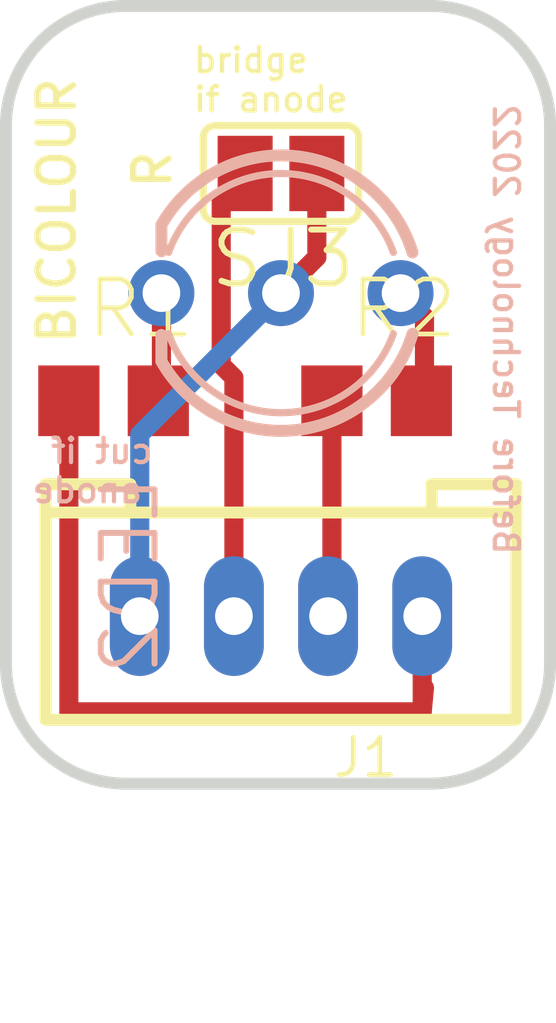
<source format=kicad_pcb>
(kicad_pcb (version 20211014) (generator pcbnew)
  (layers (0 "F.Cu" signal) (31 "B.Cu" signal) (34 "B.Paste" user) (35 "F.Paste" user) (36 "B.SilkS" user "B.Silkscreen") (37 "F.SilkS" user "F.Silkscreen") (38 "B.Mask" user) (39 "F.Mask" user) (44 "Edge.Cuts" user))
  (net 0 "")
  (net 1 "N$1")
  (net 2 "N$3")
  (net 3 "N$2")
  (net 4 "N$4")
  (net 5 "N$7")
  (net 6 "GND")
  (footprint "weaver_bicolor:HW4-2.0" (layer "F.Cu") (at 148.5646 109.7026 180)
    (fp_text reference "J1" (at -2.54 -2.54 180) (layer "F.SilkS") (effects (font (size 0.79121 0.79121) (thickness 0.09779)) (justify right top)))
    (fp_text value "4P-2.0")
    (fp_line (start -5 -2.2) (end 5 -2.2) (layer "F.SilkS") (width 0.254))
    (fp_line (start 3.2 2.8) (end 5 2.8) (layer "F.SilkS") (width 0.254))
    (fp_line (start 3.2 2.2) (end 5 2.2) (layer "F.SilkS") (width 0.254))
    (fp_line (start 5 2.8) (end 5 2.2) (layer "F.SilkS") (width 0.254))
    (fp_line (start 5 2.2) (end 5 -2.2) (layer "F.SilkS") (width 0.254))
    (fp_line (start -5 -2.2) (end -5 2.2) (layer "F.SilkS") (width 0.254))
    (fp_line (start -5 2.2) (end -3.2 2.2) (layer "F.SilkS") (width 0.254))
    (fp_line (start -5 -1) (end -5 1) (layer "F.SilkS") (width 0.127))
    (fp_line (start -5 2.2) (end -5 2.8) (layer "F.SilkS") (width 0.254))
    (fp_line (start 3.2 2.2) (end 3.2 2.8) (layer "F.SilkS") (width 0.254))
    (fp_line (start -3.2 2.2) (end 3.2 2.2) (layer "F.SilkS") (width 0.254))
    (fp_line (start -5 2.8) (end -3.2 2.8) (layer "F.SilkS") (width 0.254))
    (fp_line (start 5 -1.5) (end 5 1.5) (layer "F.SilkS") (width 0.254))
    (fp_line (start -3.2 2.8) (end -3.2 2.2) (layer "F.SilkS") (width 0.254))
    (pad "1" thru_hole oval (at -3 0 270) (size 2.54 1.27) (drill 0.8) (layers *.Cu *.Mask) (net 2 "N$3"))
    (pad "2" thru_hole oval (at -1 0 270) (size 2.54 1.27) (drill 0.8) (layers *.Cu *.Mask) (net 4 "N$4"))
    (pad "3" thru_hole oval (at 1 0 270) (size 2.54 1.27) (drill 0.8) (layers *.Cu *.Mask) (net 5 "N$7"))
    (pad "4" thru_hole oval (at 3 0 270) (size 2.54 1.27) (drill 0.8) (layers *.Cu *.Mask) (net 6 "GND"))
  )
  (footprint "weaver_bicolor:SJ" (layer "F.Cu") (at 148.5646 100.3046 180)
    (fp_text reference "SJ3" (at -1.651 -1.143 180) (layer "F.SilkS") (effects (font (size 1.143 1.143) (thickness 0.127)) (justify right top)))
    (fp_text value "")
    (fp_line (start -1.397 -1.016) (end 1.397 -1.016) (layer "F.SilkS") (width 0.1524))
    (fp_line (start 1.651 0.762) (end 1.651 -0.762) (layer "F.SilkS") (width 0.1524))
    (fp_line (start -1.651 0.762) (end -1.651 -0.762) (layer "F.SilkS") (width 0.1524))
    (fp_line (start 1.397 1.016) (end -1.397 1.016) (layer "F.SilkS") (width 0.1524))
    (fp_arc (start 1.397 -1.016) (mid 1.576605 -0.941605) (end 1.651 -0.762) (layer "F.SilkS") (width 0.1524))
    (fp_arc (start -1.397 1.016) (mid -1.576605 0.941605) (end -1.651 0.762) (layer "F.SilkS") (width 0.1524))
    (fp_arc (start 1.651 0.762) (mid 1.576605 0.941605) (end 1.397 1.016) (layer "F.SilkS") (width 0.1524))
    (fp_arc (start -1.651 -0.762) (mid -1.576605 -0.941605) (end -1.397 -1.016) (layer "F.SilkS") (width 0.1524))
    (pad "1" smd rect (at -0.762 0 180) (size 1.1684 1.6002) (layers "F.Cu" "F.Paste" "F.Mask") (net 6 "GND"))
    (pad "2" smd rect (at 0.762 0 180) (size 1.1684 1.6002) (layers "F.Cu" "F.Paste" "F.Mask") (net 5 "N$7"))
  )
  (footprint "weaver_bicolor:R0805" (layer "F.Cu") (at 150.5966 105.1306)
    (fp_text reference "R2" (at -0.635 -1.27) (layer "F.SilkS") (effects (font (size 1.1684 1.1684) (thickness 0.1016)) (justify left bottom)))
    (fp_text value "1k2")
    (pad "1" smd rect (at -0.95 0) (size 1.3 1.5) (layers "F.Cu" "F.Paste" "F.Mask") (net 4 "N$4"))
    (pad "2" smd rect (at 0.95 0) (size 1.3 1.5) (layers "F.Cu" "F.Paste" "F.Mask") (net 3 "N$2"))
  )
  (footprint "weaver_bicolor:R0805" (layer "F.Cu") (at 145.0086 105.1306)
    (fp_text reference "R1" (at -0.635 -1.27) (layer "F.SilkS") (effects (font (size 1.1684 1.1684) (thickness 0.1016)) (justify left bottom)))
    (fp_text value "220")
    (pad "1" smd rect (at -0.95 0) (size 1.3 1.5) (layers "F.Cu" "F.Paste" "F.Mask") (net 2 "N$3"))
    (pad "2" smd rect (at 0.95 0) (size 1.3 1.5) (layers "F.Cu" "F.Paste" "F.Mask") (net 1 "N$1"))
  )
  (footprint "weaver_bicolor:L-59EGW-CA" (layer "B.Cu") (at 148.5646 102.8446 -90)
    (fp_text reference "LED2" (at 3.81 2.54 90) (layer "B.SilkS") (effects (font (size 1.143 1.143) (thickness 0.127)) (justify left bottom mirror)))
    (fp_text value "L-59EGW-CA")
    (fp_line (start -1.4478 2.54) (end -0.889 2.54) (layer "B.SilkS") (width 0.254))
    (fp_line (start 0.889 2.54) (end 1.4478 2.54) (layer "B.SilkS") (width 0.254))
    (fp_arc (start -0.8636 2.3876) (mid -2.538984 0) (end -0.8636 -2.3876) (layer "B.SilkS") (width 0.1524))
    (fp_arc (start 0.8636 -2.3876) (mid 2.538984 0) (end 0.8636 2.3876) (layer "B.SilkS") (width 0.1524))
    (fp_arc (start -1.447798 2.540001) (mid -2.906455 -0.3185) (end -0.8634 -2.7933) (layer "B.SilkS") (width 0.254))
    (fp_arc (start 0.8636 -2.794) (mid 2.906916 -0.318535) (end 1.448201 2.540698) (layer "B.SilkS") (width 0.254))
    (pad "1" thru_hole circle (at 0 2.54 180) (size 1.4 1.4) (drill 0.8) (layers *.Cu *.Mask) (net 1 "N$1"))
    (pad "2" thru_hole circle (at 0 0 180) (size 1.4 1.4) (drill 0.8) (layers *.Cu *.Mask) (net 6 "GND"))
    (pad "3" thru_hole circle (at 0 -2.54 180) (size 1.4 1.4) (drill 0.8) (layers *.Cu *.Mask) (net 3 "N$2"))
  )
  (gr_arc (start 142.7226 99.2886) (mid 143.466549 97.492549) (end 145.2626 96.7486) (layer "Edge.Cuts") (width 0.254))
  (gr_arc (start 151.7396 96.7486) (mid 153.535651 97.492549) (end 154.2796 99.2886) (layer "Edge.Cuts") (width 0.254))
  (gr_line (start 142.7226 99.2886) (end 142.7226 110.7186) (layer "Edge.Cuts") (width 0.254))
  (gr_line (start 154.2796 99.2886) (end 154.2796 110.7186) (layer "Edge.Cuts") (width 0.254))
  (gr_arc (start 154.2796 110.7186) (mid 153.535651 112.514651) (end 151.7396 113.2586) (layer "Edge.Cuts") (width 0.254))
  (gr_arc (start 145.2626 113.2586) (mid 143.466549 112.514651) (end 142.7226 110.7186) (layer "Edge.Cuts") (width 0.254))
  (gr_line (start 145.2626 96.7486) (end 151.7396 96.7486) (layer "Edge.Cuts") (width 0.254))
  (gr_line (start 151.7396 113.2586) (end 145.2626 113.2586) (layer "Edge.Cuts") (width 0.254))
  (gr_text "cut if \nanode" (at 143.2306 105.8926) (layer "B.SilkS") (effects (font (size 0.51816 0.51816) (thickness 0.09144)) (justify right top mirror)))
  (gr_text "Before Technology 2022" (at 153.6446 98.7806 -90) (layer "B.SilkS") (effects (font (size 0.51816 0.51816) (thickness 0.09144)) (justify right top mirror)))
  (gr_text "R" (at 146.2786 100.6856 90) (layer "F.SilkS") (effects (font (size 0.75565 0.75565) (thickness 0.13335)) (justify left bottom)))
  (gr_text "BICOLOUR" (at 144.2466 103.9876 90) (layer "F.SilkS") (effects (font (size 0.75565 0.75565) (thickness 0.13335)) (justify left bottom)))
  (gr_text "bridge\nif anode" (at 146.6596 99.0346) (layer "F.SilkS") (effects (font (size 0.51816 0.51816) (thickness 0.09144)) (justify left bottom)))
  (segment (start 146.0246 105.0646) (end 145.9586 105.1306) (width 0.4064) (layer "F.Cu") (net 1))
  (segment (start 146.0246 102.8446) (end 146.0246 105.0646) (width 0.4064) (layer "F.Cu") (net 1))
  (segment (start 151.6126 111.2266) (end 151.5646 111.7346) (width 0.4064) (layer "F.Cu") (net 2))
  (segment (start 144.0586 111.7346) (end 151.5646 111.7346) (width 0.4064) (layer "F.Cu") (net 2))
  (segment (start 144.0586 111.7346) (end 144.0586 105.1306) (width 0.4064) (layer "F.Cu") (net 2))
  (segment (start 151.5646 111.7346) (end 151.5646 109.7026) (width 0.4064) (layer "F.Cu") (net 2))
  (segment (start 151.1046 102.8446) (end 151.6126 103.3526) (width 0.4064) (layer "F.Cu") (net 3))
  (segment (start 151.6126 105.0646) (end 151.5466 105.1306) (width 0.4064) (layer "F.Cu") (net 3))
  (segment (start 151.6126 103.3526) (end 151.6126 105.0646) (width 0.4064) (layer "F.Cu") (net 3))
  (segment (start 149.5646 109.7026) (end 149.6466 109.7026) (width 0.4064) (layer "F.Cu") (net 4))
  (segment (start 149.6466 109.7026) (end 149.6466 105.1306) (width 0.4064) (layer "F.Cu") (net 4))
  (segment (start 147.2946 100.8126) (end 147.8026 100.3046) (width 0.4064) (layer "F.Cu") (net 5))
  (segment (start 147.2946 104.3686) (end 147.2946 100.8126) (width 0.4064) (layer "F.Cu") (net 5))
  (segment (start 147.5646 109.7026) (end 147.5646 104.6386) (width 0.4064) (layer "F.Cu") (net 5))
  (segment (start 147.5646 104.6386) (end 147.2946 104.3686) (width 0.4064) (layer "F.Cu") (net 5))
  (segment (start 149.3266 102.0826) (end 148.5646 102.8446) (width 0.4064) (layer "F.Cu") (net 6))
  (segment (start 149.3266 100.3046) (end 149.3266 102.0826) (width 0.4064) (layer "F.Cu") (net 6))
  (segment (start 145.5646 105.8446) (end 148.5646 102.8446) (width 0.4064) (layer "B.Cu") (net 6))
  (segment (start 145.5646 109.7026) (end 145.5646 105.8446) (width 0.4064) (layer "B.Cu") (net 6))
)
</source>
